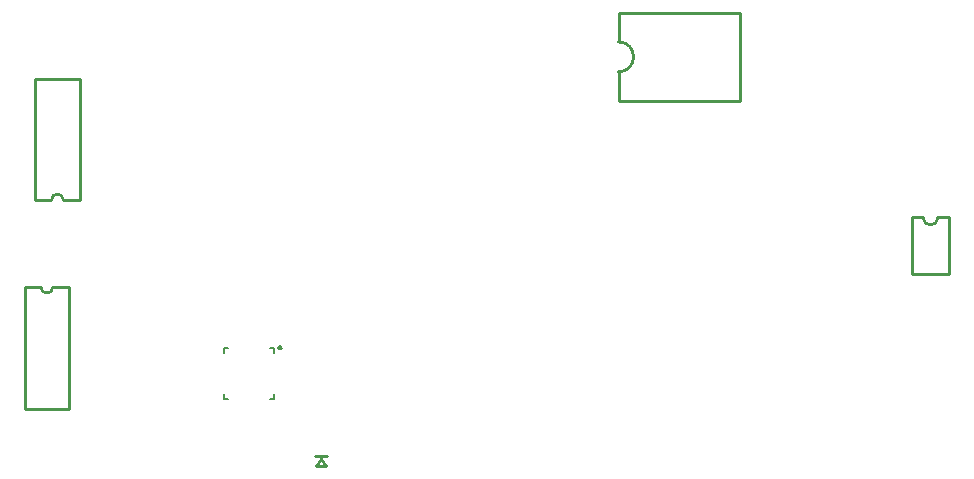
<source format=gbo>
G04 Layer: BottomSilkscreenLayer*
G04 EasyEDA v6.5.39, 2024-01-10 14:41:16*
G04 52a2ae1d1fff4fd0b89a8512cd0fdb0d,3d9c8b04885e45b7839bd8e85c0fd600,10*
G04 Gerber Generator version 0.2*
G04 Scale: 100 percent, Rotated: No, Reflected: No *
G04 Dimensions in millimeters *
G04 leading zeros omitted , absolute positions ,4 integer and 5 decimal *
%FSLAX45Y45*%
%MOMM*%

%ADD10C,0.2540*%
%ADD11C,0.2000*%

%LPD*%
G36*
X-956614Y-1893824D02*
G01*
X-960780Y-1894433D01*
X-964793Y-1895856D01*
X-968400Y-1897989D01*
X-971550Y-1900732D01*
X-974140Y-1904085D01*
X-975969Y-1907895D01*
X-977087Y-1911908D01*
X-977442Y-1916125D01*
X-976934Y-1920290D01*
X-975664Y-1924304D01*
X-973632Y-1928012D01*
X-970889Y-1931263D01*
X-967638Y-1933905D01*
X-963930Y-1935886D01*
X-959866Y-1937105D01*
X-955700Y-1937512D01*
X-953363Y-1937410D01*
X-949198Y-1936597D01*
X-945337Y-1934972D01*
X-941832Y-1932635D01*
X-938784Y-1929688D01*
X-936447Y-1926234D01*
X-934770Y-1922373D01*
X-933856Y-1918258D01*
X-933754Y-1914042D01*
X-934516Y-1909876D01*
X-935990Y-1905965D01*
X-938225Y-1902358D01*
X-941120Y-1899310D01*
X-944524Y-1896821D01*
X-948334Y-1895043D01*
X-952398Y-1894027D01*
G37*
D10*
X-610697Y-2857677D02*
G01*
X-651337Y-2916097D01*
X-651337Y-2916097D02*
G01*
X-570057Y-2916097D01*
X-570057Y-2916097D02*
G01*
X-610697Y-2857677D01*
X-661497Y-2834817D02*
G01*
X-559897Y-2834817D01*
X1910699Y173636D02*
G01*
X2940700Y173639D01*
X2940700Y923643D02*
G01*
X1910699Y923643D01*
X1910699Y923643D02*
G01*
X1910699Y675639D01*
X1910699Y173636D02*
G01*
X1910699Y421639D01*
X2940700Y173636D02*
G01*
X2940700Y923640D01*
D11*
X-1002309Y-1955292D02*
G01*
X-1002309Y-1915287D01*
X-1042314Y-1915287D01*
X-1392326Y-1915287D02*
G01*
X-1432331Y-1915287D01*
X-1432331Y-1955292D01*
X-1392326Y-2345309D02*
G01*
X-1432331Y-2345309D01*
X-1432331Y-2305304D01*
X-1042314Y-2345309D02*
G01*
X-1002309Y-2345309D01*
X-1002309Y-2305304D01*
D10*
X4709159Y-810260D02*
G01*
X4709159Y-1292860D01*
X4394200Y-1292860D01*
X4394200Y-810260D01*
X4394200Y-810260D02*
G01*
X4488179Y-810260D01*
X4615179Y-810260D02*
G01*
X4709159Y-810260D01*
X-2789301Y-664870D02*
G01*
X-2652293Y-664870D01*
X-2652293Y365150D01*
X-3028314Y365150D01*
X-3028314Y-664870D01*
X-2890901Y-664870D01*
X-2980207Y-1400149D02*
G01*
X-3117214Y-1400149D01*
X-3117214Y-2430170D01*
X-2741193Y-2430170D01*
X-2741193Y-1400149D01*
X-2878607Y-1400149D01*
G75*
G01*
X1910700Y421640D02*
G03*
X1910588Y675640I-56J127000D01*
G75*
G01*
X4488180Y-810260D02*
G03*
X4615180Y-810260I63500J0D01*
G75*
G01*
X-2789304Y-664858D02*
G03*
X-2890904Y-664858I-50800J0D01*
G75*
G01*
X-2980205Y-1400162D02*
G03*
X-2878605Y-1400162I50800J0D01*
M02*

</source>
